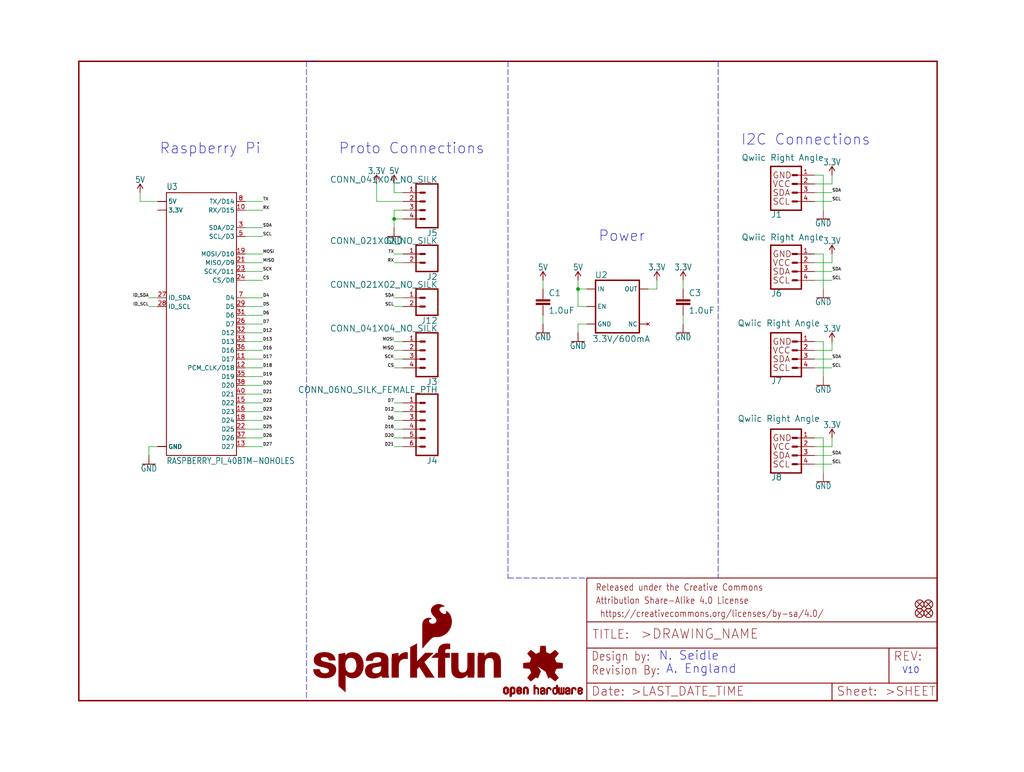
<source format=kicad_sch>
(kicad_sch (version 20211123) (generator eeschema)
  (paper "User" 297.002 223.926)
  (lib_symbols
    (symbol "schematicEagle-eagle-import:1.0UF-0603-16V-10%"
      (property "Reference" "C" (at 1.524 2.921 0))
      (property "Value" "1.0UF-0603-16V-10%" (at 1.524 -2.159 0))
      (symbol "1.0UF-0603-16V-10%_1_0"
        (pin passive line (at 0 5.08 270) (length 2.54) (name "1") (number "1"))
        (pin passive line (at 0 -2.54 90) (length 2.54) (name "2") (number "2"))
      )
    )
    (symbol "schematicEagle-eagle-import:3.3V" (power)
      (property "Value" "3.3V" (at 0 2.794 0))
      (symbol "3.3V_1_0"
        (pin power_in line (at 0 0 90) (length 2.54) (name "3.3V") (number "1"))
      )
    )
    (symbol "schematicEagle-eagle-import:5V" (power)
      (property "Value" "5V" (at 0 2.794 0))
      (symbol "5V_1_0"
        (pin power_in line (at 0 0 90) (length 2.54) (name "5V") (number "1"))
      )
    )
    (symbol "schematicEagle-eagle-import:CONN_021X02_NO_SILK"
      (property "Reference" "J" (at -2.54 5.588 0))
      (property "Value" "CONN_021X02_NO_SILK" (at -2.54 -4.826 0))
      (symbol "CONN_021X02_NO_SILK_1_0"
        (pin passive line (at 7.62 0 180) (length 5.08) (name "1") (number "1"))
        (pin passive line (at 7.62 2.54 180) (length 5.08) (name "2") (number "2"))
      )
    )
    (symbol "schematicEagle-eagle-import:CONN_041X04_NO_SILK"
      (property "Reference" "J" (at -5.08 8.128 0))
      (property "Value" "CONN_041X04_NO_SILK" (at -5.08 -7.366 0))
      (symbol "CONN_041X04_NO_SILK_1_0"
        (pin passive line (at 5.08 -2.54 180) (length 5.08) (name "1") (number "1"))
        (pin passive line (at 5.08 0 180) (length 5.08) (name "2") (number "2"))
        (pin passive line (at 5.08 2.54 180) (length 5.08) (name "3") (number "3"))
        (pin passive line (at 5.08 5.08 180) (length 5.08) (name "4") (number "4"))
      )
    )
    (symbol "schematicEagle-eagle-import:CONN_06NO_SILK_FEMALE_PTH"
      (property "Reference" "J" (at -5.08 10.668 0))
      (property "Value" "CONN_06NO_SILK_FEMALE_PTH" (at -5.08 -9.906 0))
      (symbol "CONN_06NO_SILK_FEMALE_PTH_1_0"
        (pin passive line (at 5.08 -5.08 180) (length 5.08) (name "1") (number "1"))
        (pin passive line (at 5.08 -2.54 180) (length 5.08) (name "2") (number "2"))
        (pin passive line (at 5.08 0 180) (length 5.08) (name "3") (number "3"))
        (pin passive line (at 5.08 2.54 180) (length 5.08) (name "4") (number "4"))
        (pin passive line (at 5.08 5.08 180) (length 5.08) (name "5") (number "5"))
        (pin passive line (at 5.08 7.62 180) (length 5.08) (name "6") (number "6"))
      )
    )
    (symbol "schematicEagle-eagle-import:FIDUCIAL1X2")
    (symbol "schematicEagle-eagle-import:FRAME-LETTER"
      (symbol "FRAME-LETTER_2_0"
        (text " https://creativecommons.org/licenses/by-sa/4.0/" (at 2.54 24.13 0) (effects (font (size 1.9304 1.6408)) (justify left bottom)))
        (text ">DRAWING_NAME" (at 15.494 17.78 0) (effects (font (size 2.7432 2.7432)) (justify left bottom)))
        (text ">LAST_DATE_TIME" (at 12.7 1.27 0) (effects (font (size 2.54 2.54)) (justify left bottom)))
        (text ">SHEET" (at 86.36 1.27 0) (effects (font (size 2.54 2.54)) (justify left bottom)))
        (text "Attribution Share-Alike 4.0 License" (at 2.54 27.94 0) (effects (font (size 1.9304 1.6408)) (justify left bottom)))
        (text "Date:" (at 1.27 1.27 0) (effects (font (size 2.54 2.54)) (justify left bottom)))
        (text "Design by:" (at 1.27 11.43 0) (effects (font (size 2.54 2.159)) (justify left bottom)))
        (text "Released under the Creative Commons" (at 2.54 31.75 0) (effects (font (size 1.9304 1.6408)) (justify left bottom)))
        (text "REV:" (at 88.9 11.43 0) (effects (font (size 2.54 2.54)) (justify left bottom)))
        (text "Sheet:" (at 72.39 1.27 0) (effects (font (size 2.54 2.54)) (justify left bottom)))
        (text "TITLE:" (at 1.524 17.78 0) (effects (font (size 2.54 2.54)) (justify left bottom)))
      )
    )
    (symbol "schematicEagle-eagle-import:GND" (power)
      (property "Value" "GND" (at 0 -0.254 0))
      (symbol "GND_1_0"
        (pin power_in line (at 0 2.54 270) (length 2.54) (name "GND") (number "1"))
      )
    )
    (symbol "schematicEagle-eagle-import:I2C_STANDARDQWIIC"
      (property "Reference" "J" (at -5.08 7.874 0))
      (property "Value" "I2C_STANDARDQWIIC" (at -5.08 -5.334 0))
      (symbol "I2C_STANDARDQWIIC_1_0"
        (text "GND" (at -4.572 -2.54 0) (effects (font (size 1.778 1.778)) (justify left)))
        (text "SCL" (at -4.572 5.08 0) (effects (font (size 1.778 1.778)) (justify left)))
        (text "SDA" (at -4.572 2.54 0) (effects (font (size 1.778 1.778)) (justify left)))
        (text "VCC" (at -4.572 0 0) (effects (font (size 1.778 1.778)) (justify left)))
        (pin power_in line (at 7.62 -2.54 180) (length 5.08) (name "1") (number "1"))
        (pin power_in line (at 7.62 0 180) (length 5.08) (name "2") (number "2"))
        (pin passive line (at 7.62 2.54 180) (length 5.08) (name "3") (number "3"))
        (pin passive line (at 7.62 5.08 180) (length 5.08) (name "4") (number "4"))
      )
    )
    (symbol "schematicEagle-eagle-import:OSHW-LOGOMINI")
    (symbol "schematicEagle-eagle-import:RASPBERRY_PI_40BTM-NOHOLES"
      (property "Reference" "U" (at -10.16 38.862 0))
      (property "Value" "RASPBERRY_PI_40BTM-NOHOLES" (at -10.16 -40.64 0))
      (symbol "RASPBERRY_PI_40BTM-NOHOLES_1_0"
        (pin bidirectional line (at -12.7 33.02 0) (length 2.54) (name "3.3V") (number "1"))
        (pin bidirectional line (at 12.7 33.02 180) (length 2.54) (name "RX/D15") (number "10"))
        (pin bidirectional line (at 12.7 -10.16 180) (length 2.54) (name "D17") (number "11"))
        (pin bidirectional line (at 12.7 -12.7 180) (length 2.54) (name "PCM_CLK/D18") (number "12"))
        (pin bidirectional line (at 12.7 -35.56 180) (length 2.54) (name "D27") (number "13"))
        (pin bidirectional line (at -12.7 -35.56 0) (length 2.54) (name "GND") (number "14"))
        (pin bidirectional line (at 12.7 -22.86 180) (length 2.54) (name "D22") (number "15"))
        (pin bidirectional line (at 12.7 -25.4 180) (length 2.54) (name "D23") (number "16"))
        (pin bidirectional line (at -12.7 33.02 0) (length 2.54) (name "3.3V") (number "17"))
        (pin bidirectional line (at 12.7 -27.94 180) (length 2.54) (name "D24") (number "18"))
        (pin bidirectional line (at 12.7 20.32 180) (length 2.54) (name "MOSI/D10") (number "19"))
        (pin bidirectional line (at -12.7 35.56 0) (length 2.54) (name "5V") (number "2"))
        (pin bidirectional line (at -12.7 -35.56 0) (length 2.54) (name "GND") (number "20"))
        (pin bidirectional line (at 12.7 17.78 180) (length 2.54) (name "MISO/D9") (number "21"))
        (pin bidirectional line (at 12.7 -30.48 180) (length 2.54) (name "D25") (number "22"))
        (pin bidirectional line (at 12.7 15.24 180) (length 2.54) (name "SCK/D11") (number "23"))
        (pin bidirectional line (at 12.7 12.7 180) (length 2.54) (name "CS/D8") (number "24"))
        (pin bidirectional line (at -12.7 -35.56 0) (length 2.54) (name "GND") (number "25"))
        (pin bidirectional line (at 12.7 0 180) (length 2.54) (name "D7") (number "26"))
        (pin bidirectional line (at -12.7 7.62 0) (length 2.54) (name "ID_SDA") (number "27"))
        (pin bidirectional line (at -12.7 5.08 0) (length 2.54) (name "ID_SCL") (number "28"))
        (pin bidirectional line (at 12.7 5.08 180) (length 2.54) (name "D5") (number "29"))
        (pin bidirectional line (at 12.7 27.94 180) (length 2.54) (name "SDA/D2") (number "3"))
        (pin bidirectional line (at -12.7 -35.56 0) (length 2.54) (name "GND") (number "30"))
        (pin bidirectional line (at 12.7 2.54 180) (length 2.54) (name "D6") (number "31"))
        (pin bidirectional line (at 12.7 -2.54 180) (length 2.54) (name "D12") (number "32"))
        (pin bidirectional line (at 12.7 -5.08 180) (length 2.54) (name "D13") (number "33"))
        (pin bidirectional line (at -12.7 -35.56 0) (length 2.54) (name "GND") (number "34"))
        (pin bidirectional line (at 12.7 -15.24 180) (length 2.54) (name "D19") (number "35"))
        (pin bidirectional line (at 12.7 -7.62 180) (length 2.54) (name "D16") (number "36"))
        (pin bidirectional line (at 12.7 -33.02 180) (length 2.54) (name "D26") (number "37"))
        (pin bidirectional line (at 12.7 -17.78 180) (length 2.54) (name "D20") (number "38"))
        (pin bidirectional line (at -12.7 -35.56 0) (length 2.54) (name "GND") (number "39"))
        (pin bidirectional line (at -12.7 35.56 0) (length 2.54) (name "5V") (number "4"))
        (pin bidirectional line (at 12.7 -20.32 180) (length 2.54) (name "D21") (number "40"))
        (pin bidirectional line (at 12.7 25.4 180) (length 2.54) (name "SCL/D3") (number "5"))
        (pin bidirectional line (at -12.7 -35.56 0) (length 2.54) (name "GND") (number "6"))
        (pin bidirectional line (at 12.7 7.62 180) (length 2.54) (name "D4") (number "7"))
        (pin bidirectional line (at 12.7 35.56 180) (length 2.54) (name "TX/D14") (number "8"))
        (pin bidirectional line (at -12.7 -35.56 0) (length 2.54) (name "GND") (number "9"))
      )
    )
    (symbol "schematicEagle-eagle-import:REVISION"
      (symbol "REVISION_1_0"
        (text "Revision By: " (at 0 0 0) (effects (font (size 2.54 2.159)) (justify left bottom)))
      )
    )
    (symbol "schematicEagle-eagle-import:SFE_LOGO_FLAME.1_INCH")
    (symbol "schematicEagle-eagle-import:SFE_LOGO_NAME.1_INCH")
    (symbol "schematicEagle-eagle-import:V_REG_AP2112K-3.3V"
      (property "Reference" "U" (at -7.62 7.874 0))
      (property "Value" "V_REG_AP2112K-3.3V" (at -7.62 -7.874 0))
      (symbol "V_REG_AP2112K-3.3V_1_0"
        (pin input line (at -10.16 5.08 0) (length 2.54) (name "IN") (number "1"))
        (pin input line (at -10.16 -5.08 0) (length 2.54) (name "GND") (number "2"))
        (pin input line (at -10.16 0 0) (length 2.54) (name "EN") (number "3"))
        (pin no_connect line (at 7.62 -5.08 180) (length 2.54) (name "NC") (number "4"))
        (pin passive line (at 7.62 5.08 180) (length 2.54) (name "OUT") (number "5"))
      )
    )
  )
  (junction (at 114.3 63.5))
  (junction (at 167.64 83.82))
  (wire (pts (xy 76.2 116.84) (xy 71.12 116.84)))
  (wire (pts (xy 40.64 58.42) (xy 40.64 55.88)))
  (wire (pts (xy 170.18 88.9) (xy 167.64 88.9)))
  (wire (pts (xy 76.2 111.76) (xy 71.12 111.76)))
  (wire (pts (xy 76.2 109.22) (xy 71.12 109.22)))
  (wire (pts (xy 116.84 73.66) (xy 114.3 73.66)))
  (wire (pts (xy 76.2 101.6) (xy 71.12 101.6)))
  (wire (pts (xy 236.22 81.28) (xy 241.3 81.28)))
  (wire (pts (xy 76.2 104.14) (xy 71.12 104.14)))
  (wire (pts (xy 236.22 73.66) (xy 238.76 73.66)))
  (wire (pts (xy 116.84 76.2) (xy 114.3 76.2)))
  (wire (pts (xy 198.12 83.82) (xy 198.12 81.28)))
  (wire (pts (xy 236.22 132.08) (xy 241.3 132.08)))
  (wire (pts (xy 241.3 76.2) (xy 241.3 73.66)))
  (wire (pts (xy 116.84 119.38) (xy 114.3 119.38)))
  (wire (pts (xy 45.72 86.36) (xy 43.18 86.36)))
  (wire (pts (xy 187.96 83.82) (xy 190.5 83.82)))
  (wire (pts (xy 167.64 93.98) (xy 167.64 96.52)))
  (wire (pts (xy 76.2 81.28) (xy 71.12 81.28)))
  (wire (pts (xy 76.2 73.66) (xy 71.12 73.66)))
  (wire (pts (xy 114.3 55.88) (xy 114.3 53.34)))
  (wire (pts (xy 45.72 58.42) (xy 40.64 58.42)))
  (wire (pts (xy 116.84 106.68) (xy 114.3 106.68)))
  (wire (pts (xy 71.12 66.04) (xy 76.2 66.04)))
  (polyline (pts (xy 88.9 17.78) (xy 88.9 203.2)))
  (wire (pts (xy 76.2 96.52) (xy 71.12 96.52)))
  (wire (pts (xy 236.22 129.54) (xy 241.3 129.54)))
  (wire (pts (xy 76.2 88.9) (xy 71.12 88.9)))
  (wire (pts (xy 238.76 99.06) (xy 238.76 109.22)))
  (wire (pts (xy 76.2 93.98) (xy 71.12 93.98)))
  (wire (pts (xy 76.2 91.44) (xy 71.12 91.44)))
  (wire (pts (xy 116.84 121.92) (xy 114.3 121.92)))
  (wire (pts (xy 116.84 86.36) (xy 114.3 86.36)))
  (wire (pts (xy 236.22 50.8) (xy 238.76 50.8)))
  (wire (pts (xy 45.72 88.9) (xy 43.18 88.9)))
  (wire (pts (xy 76.2 99.06) (xy 71.12 99.06)))
  (wire (pts (xy 170.18 83.82) (xy 167.64 83.82)))
  (wire (pts (xy 116.84 88.9) (xy 114.3 88.9)))
  (wire (pts (xy 116.84 116.84) (xy 114.3 116.84)))
  (wire (pts (xy 114.3 60.96) (xy 114.3 63.5)))
  (wire (pts (xy 236.22 76.2) (xy 241.3 76.2)))
  (wire (pts (xy 236.22 78.74) (xy 241.3 78.74)))
  (wire (pts (xy 43.18 129.54) (xy 43.18 132.08)))
  (wire (pts (xy 198.12 91.44) (xy 198.12 93.98)))
  (wire (pts (xy 45.72 129.54) (xy 43.18 129.54)))
  (wire (pts (xy 76.2 60.96) (xy 71.12 60.96)))
  (wire (pts (xy 76.2 86.36) (xy 71.12 86.36)))
  (wire (pts (xy 236.22 58.42) (xy 241.3 58.42)))
  (wire (pts (xy 76.2 114.3) (xy 71.12 114.3)))
  (wire (pts (xy 190.5 83.82) (xy 190.5 81.28)))
  (wire (pts (xy 109.22 58.42) (xy 109.22 53.34)))
  (wire (pts (xy 157.48 83.82) (xy 157.48 81.28)))
  (wire (pts (xy 236.22 127) (xy 238.76 127)))
  (wire (pts (xy 116.84 58.42) (xy 109.22 58.42)))
  (wire (pts (xy 167.64 83.82) (xy 167.64 81.28)))
  (wire (pts (xy 241.3 129.54) (xy 241.3 127)))
  (wire (pts (xy 170.18 93.98) (xy 167.64 93.98)))
  (wire (pts (xy 116.84 104.14) (xy 114.3 104.14)))
  (wire (pts (xy 238.76 50.8) (xy 238.76 60.96)))
  (wire (pts (xy 116.84 124.46) (xy 114.3 124.46)))
  (wire (pts (xy 116.84 99.06) (xy 114.3 99.06)))
  (polyline (pts (xy 208.28 17.78) (xy 208.28 167.64)))
  (wire (pts (xy 76.2 76.2) (xy 71.12 76.2)))
  (wire (pts (xy 114.3 63.5) (xy 114.3 66.04)))
  (wire (pts (xy 236.22 55.88) (xy 241.3 55.88)))
  (wire (pts (xy 116.84 129.54) (xy 114.3 129.54)))
  (wire (pts (xy 76.2 124.46) (xy 71.12 124.46)))
  (wire (pts (xy 116.84 55.88) (xy 114.3 55.88)))
  (wire (pts (xy 76.2 129.54) (xy 71.12 129.54)))
  (wire (pts (xy 76.2 58.42) (xy 71.12 58.42)))
  (wire (pts (xy 76.2 121.92) (xy 71.12 121.92)))
  (polyline (pts (xy 91.44 17.78) (xy 88.9 17.78)))
  (wire (pts (xy 236.22 99.06) (xy 238.76 99.06)))
  (wire (pts (xy 116.84 101.6) (xy 114.3 101.6)))
  (wire (pts (xy 76.2 119.38) (xy 71.12 119.38)))
  (wire (pts (xy 236.22 134.62) (xy 241.3 134.62)))
  (wire (pts (xy 116.84 63.5) (xy 114.3 63.5)))
  (wire (pts (xy 241.3 101.6) (xy 241.3 99.06)))
  (wire (pts (xy 241.3 53.34) (xy 241.3 50.8)))
  (wire (pts (xy 236.22 104.14) (xy 241.3 104.14)))
  (wire (pts (xy 116.84 60.96) (xy 114.3 60.96)))
  (wire (pts (xy 76.2 106.68) (xy 71.12 106.68)))
  (wire (pts (xy 238.76 127) (xy 238.76 137.16)))
  (wire (pts (xy 236.22 106.68) (xy 241.3 106.68)))
  (wire (pts (xy 116.84 127) (xy 114.3 127)))
  (wire (pts (xy 236.22 101.6) (xy 241.3 101.6)))
  (wire (pts (xy 76.2 78.74) (xy 71.12 78.74)))
  (wire (pts (xy 76.2 127) (xy 71.12 127)))
  (wire (pts (xy 236.22 53.34) (xy 241.3 53.34)))
  (polyline (pts (xy 147.32 17.78) (xy 147.32 167.64)))
  (wire (pts (xy 157.48 93.98) (xy 157.48 91.44)))
  (wire (pts (xy 71.12 68.58) (xy 76.2 68.58)))
  (wire (pts (xy 167.64 88.9) (xy 167.64 83.82)))
  (wire (pts (xy 238.76 73.66) (xy 238.76 83.82)))
  (polyline (pts (xy 147.32 167.64) (xy 170.18 167.64)))
  (text "A. England" (at 193.04 195.58 180) (effects (font (size 2.54 2.54)) (justify left bottom)))
  (text "Power" (at 180.34 68.58 180) (effects (font (size 3.048 3.048))))
  (text "I2C Connections" (at 233.68 40.64 180) (effects (font (size 3.048 3.048))))
  (text "V10" (at 261.62 195.58 180) (effects (font (size 1.778 1.778)) (justify left bottom)))
  (text "N. Seidle" (at 191.008 191.77 180) (effects (font (size 2.54 2.54)) (justify left bottom)))
  (text "Proto Connections" (at 119.38 43.18 180) (effects (font (size 3.048 3.048))))
  (text "Raspberry Pi" (at 60.96 43.18 180) (effects (font (size 3.048 3.048))))
  (label "RX" (at 114.3 76.2 180) (effects (font (size 0.889 0.889))))
  (label "SDA" (at 241.3 78.74 0) (effects (font (size 0.889 0.889))))
  (label "D23" (at 76.2 119.38 0) (effects (font (size 0.889 0.889))))
  (label "MOSI" (at 114.3 99.06 180) (effects (font (size 0.889 0.889))))
  (label "D18" (at 76.2 106.68 0) (effects (font (size 0.889 0.889))))
  (label "SCK" (at 76.2 78.74 0) (effects (font (size 0.889 0.889))))
  (label "D20" (at 76.2 111.76 0) (effects (font (size 0.889 0.889))))
  (label "D21" (at 114.3 129.54 180) (effects (font (size 0.889 0.889))))
  (label "SDA" (at 114.3 86.36 180) (effects (font (size 0.889 0.889))))
  (label "TX" (at 76.2 58.42 0) (effects (font (size 0.889 0.889))))
  (label "CS" (at 114.3 106.68 180) (effects (font (size 0.889 0.889))))
  (label "D16" (at 76.2 101.6 0) (effects (font (size 0.889 0.889))))
  (label "SCL" (at 241.3 134.62 0) (effects (font (size 0.889 0.889))))
  (label "MOSI" (at 76.2 73.66 0) (effects (font (size 0.889 0.889))))
  (label "D13" (at 76.2 99.06 0) (effects (font (size 0.889 0.889))))
  (label "D19" (at 76.2 109.22 0) (effects (font (size 0.889 0.889))))
  (label "ID_SCL" (at 43.18 88.9 180) (effects (font (size 0.889 0.889))))
  (label "D6" (at 114.3 121.92 180) (effects (font (size 0.889 0.889))))
  (label "SDA" (at 241.3 104.14 0) (effects (font (size 0.889 0.889))))
  (label "D22" (at 76.2 116.84 0) (effects (font (size 0.889 0.889))))
  (label "D21" (at 76.2 114.3 0) (effects (font (size 0.889 0.889))))
  (label "D12" (at 114.3 119.38 180) (effects (font (size 0.889 0.889))))
  (label "SCL" (at 76.2 68.58 0) (effects (font (size 0.889 0.889))))
  (label "ID_SDA" (at 43.18 86.36 180) (effects (font (size 0.889 0.889))))
  (label "SCL" (at 241.3 58.42 0) (effects (font (size 0.889 0.889))))
  (label "D5" (at 76.2 88.9 0) (effects (font (size 0.889 0.889))))
  (label "D7" (at 114.3 116.84 180) (effects (font (size 0.889 0.889))))
  (label "SCK" (at 114.3 104.14 180) (effects (font (size 0.889 0.889))))
  (label "MISO" (at 114.3 101.6 180) (effects (font (size 0.889 0.889))))
  (label "SCL" (at 241.3 81.28 0) (effects (font (size 0.889 0.889))))
  (label "D26" (at 76.2 127 0) (effects (font (size 0.889 0.889))))
  (label "D24" (at 76.2 121.92 0) (effects (font (size 0.889 0.889))))
  (label "MISO" (at 76.2 76.2 0) (effects (font (size 0.889 0.889))))
  (label "D6" (at 76.2 91.44 0) (effects (font (size 0.889 0.889))))
  (label "D12" (at 76.2 96.52 0) (effects (font (size 0.889 0.889))))
  (label "D16" (at 114.3 124.46 180) (effects (font (size 0.889 0.889))))
  (label "D20" (at 114.3 127 180) (effects (font (size 0.889 0.889))))
  (label "D25" (at 76.2 124.46 0) (effects (font (size 0.889 0.889))))
  (label "D27" (at 76.2 129.54 0) (effects (font (size 0.889 0.889))))
  (label "SCL" (at 114.3 88.9 180) (effects (font (size 0.889 0.889))))
  (label "SDA" (at 241.3 55.88 0) (effects (font (size 0.889 0.889))))
  (label "SCL" (at 241.3 106.68 0) (effects (font (size 0.889 0.889))))
  (label "RX" (at 76.2 60.96 0) (effects (font (size 0.889 0.889))))
  (label "D17" (at 76.2 104.14 0) (effects (font (size 0.889 0.889))))
  (label "SDA" (at 241.3 132.08 0) (effects (font (size 0.889 0.889))))
  (label "TX" (at 114.3 73.66 180) (effects (font (size 0.889 0.889))))
  (label "D7" (at 76.2 93.98 0) (effects (font (size 0.889 0.889))))
  (label "CS" (at 76.2 81.28 0) (effects (font (size 0.889 0.889))))
  (label "D4" (at 76.2 86.36 0) (effects (font (size 0.889 0.889))))
  (label "SDA" (at 76.2 66.04 0) (effects (font (size 0.889 0.889))))
  (symbol (lib_id "schematicEagle-eagle-import:3.3V") (at 198.12 81.28 0) (unit 1)
    (property "Reference" "#SUPPLY3" (effects hide))
    (property "Value" "3.3V" (at 198.12 78.486 0) (effects (font (size 1.778 1.5113)) (justify bottom)))
    (property "Footprint" "schematicEagle:" (effects hide))
  )
  (symbol (lib_id "schematicEagle-eagle-import:FIDUCIAL1X2") (at 269.24 177.8 0) (unit 1)
    (property "Reference" "FD4" (effects hide))
    (property "Value" "FIDUCIAL1X2" (effects hide))
    (property "Footprint" "schematicEagle:FIDUCIAL-1X2" (effects hide))
  )
  (symbol (lib_id "schematicEagle-eagle-import:I2C_STANDARDQWIIC") (at 228.6 53.34 0) (mirror x) (unit 1)
    (property "Reference" "J1" (at 223.52 61.214 0) (effects (font (size 1.778 1.778)) (justify left bottom)))
    (property "Value" "Qwiic Right Angle" (at 239.014 44.704 0) (effects (font (size 1.778 1.778)) (justify right bottom)))
    (property "Footprint" "schematicEagle:1X04_1MM_RA" (effects hide))
  )
  (symbol (lib_id "schematicEagle-eagle-import:5V") (at 167.64 81.28 0) (unit 1)
    (property "Reference" "#SUPPLY1" (effects hide))
    (property "Value" "5V" (at 167.64 78.486 0) (effects (font (size 1.778 1.5113)) (justify bottom)))
    (property "Footprint" "schematicEagle:" (effects hide))
  )
  (symbol (lib_id "schematicEagle-eagle-import:FIDUCIAL1X2") (at 266.7 177.8 0) (unit 1)
    (property "Reference" "FD2" (effects hide))
    (property "Value" "FIDUCIAL1X2" (effects hide))
    (property "Footprint" "schematicEagle:FIDUCIAL-1X2" (effects hide))
  )
  (symbol (lib_id "schematicEagle-eagle-import:RASPBERRY_PI_40BTM-NOHOLES") (at 58.42 93.98 0) (unit 1)
    (property "Reference" "U3" (at 48.26 55.118 0) (effects (font (size 1.778 1.5113)) (justify left bottom)))
    (property "Value" "RASPBERRY_PI_40BTM-NOHOLES" (at 48.26 134.62 0) (effects (font (size 1.778 1.5113)) (justify left bottom)))
    (property "Footprint" "schematicEagle:RASPBERRY_PI_SHIELD_BOTTOM_ENTRY_NOHOLES" (effects hide))
  )
  (symbol (lib_id "schematicEagle-eagle-import:1.0UF-0603-16V-10%") (at 198.12 88.9 0) (unit 1)
    (property "Reference" "C3" (at 199.644 85.979 0) (effects (font (size 1.778 1.778)) (justify left bottom)))
    (property "Value" "1.0uF" (at 199.644 91.059 0) (effects (font (size 1.778 1.778)) (justify left bottom)))
    (property "Footprint" "schematicEagle:0603" (effects hide))
  )
  (symbol (lib_id "schematicEagle-eagle-import:3.3V") (at 190.5 81.28 0) (unit 1)
    (property "Reference" "#SUPPLY2" (effects hide))
    (property "Value" "3.3V" (at 190.5 78.486 0) (effects (font (size 1.778 1.5113)) (justify bottom)))
    (property "Footprint" "schematicEagle:" (effects hide))
  )
  (symbol (lib_id "schematicEagle-eagle-import:I2C_STANDARDQWIIC") (at 228.6 76.2 0) (mirror x) (unit 1)
    (property "Reference" "J6" (at 223.52 84.074 0) (effects (font (size 1.778 1.778)) (justify left bottom)))
    (property "Value" "Qwiic Right Angle" (at 239.014 67.818 0) (effects (font (size 1.778 1.778)) (justify right bottom)))
    (property "Footprint" "schematicEagle:1X04_1MM_RA" (effects hide))
  )
  (symbol (lib_id "schematicEagle-eagle-import:SFE_LOGO_NAME.1_INCH") (at 88.9 200.66 0) (unit 1)
    (property "Reference" "U$2" (effects hide))
    (property "Value" "SFE_LOGO_NAME.1_INCH" (effects hide))
    (property "Footprint" "schematicEagle:SFE_LOGO_NAME_.1" (effects hide))
  )
  (symbol (lib_id "schematicEagle-eagle-import:CONN_021X02_NO_SILK") (at 124.46 73.66 180) (unit 1)
    (property "Reference" "J2" (at 127 79.248 0) (effects (font (size 1.778 1.778)) (justify left bottom)))
    (property "Value" "CONN_021X02_NO_SILK" (at 127 68.834 0) (effects (font (size 1.778 1.778)) (justify left bottom)))
    (property "Footprint" "schematicEagle:1X02_NO_SILK" (effects hide))
  )
  (symbol (lib_id "schematicEagle-eagle-import:FRAME-LETTER") (at 22.86 203.2 0) (unit 1)
    (property "Reference" "FRAME1" (effects hide))
    (property "Value" "FRAME-LETTER" (effects hide))
    (property "Footprint" "schematicEagle:CREATIVE_COMMONS" (effects hide))
  )
  (symbol (lib_id "schematicEagle-eagle-import:GND") (at 238.76 63.5 0) (unit 1)
    (property "Reference" "#GND2" (effects hide))
    (property "Value" "GND" (at 238.76 63.754 0) (effects (font (size 1.778 1.5113)) (justify top)))
    (property "Footprint" "schematicEagle:" (effects hide))
  )
  (symbol (lib_id "schematicEagle-eagle-import:FIDUCIAL1X2") (at 269.24 175.26 0) (unit 1)
    (property "Reference" "FD3" (effects hide))
    (property "Value" "FIDUCIAL1X2" (effects hide))
    (property "Footprint" "schematicEagle:FIDUCIAL-1X2" (effects hide))
  )
  (symbol (lib_id "schematicEagle-eagle-import:3.3V") (at 241.3 127 0) (unit 1)
    (property "Reference" "#SUPPLY8" (effects hide))
    (property "Value" "3.3V" (at 241.3 124.206 0) (effects (font (size 1.778 1.5113)) (justify bottom)))
    (property "Footprint" "schematicEagle:" (effects hide))
  )
  (symbol (lib_id "schematicEagle-eagle-import:3.3V") (at 241.3 73.66 0) (unit 1)
    (property "Reference" "#SUPPLY6" (effects hide))
    (property "Value" "3.3V" (at 241.3 70.866 0) (effects (font (size 1.778 1.5113)) (justify bottom)))
    (property "Footprint" "schematicEagle:" (effects hide))
  )
  (symbol (lib_id "schematicEagle-eagle-import:5V") (at 114.3 53.34 0) (unit 1)
    (property "Reference" "#SUPPLY42" (effects hide))
    (property "Value" "5V" (at 114.3 50.546 0) (effects (font (size 1.778 1.5113)) (justify bottom)))
    (property "Footprint" "schematicEagle:" (effects hide))
  )
  (symbol (lib_id "schematicEagle-eagle-import:CONN_021X02_NO_SILK") (at 124.46 86.36 180) (unit 1)
    (property "Reference" "J12" (at 127 91.948 0) (effects (font (size 1.778 1.778)) (justify left bottom)))
    (property "Value" "CONN_021X02_NO_SILK" (at 127 81.534 0) (effects (font (size 1.778 1.778)) (justify left bottom)))
    (property "Footprint" "schematicEagle:1X02_NO_SILK" (effects hide))
  )
  (symbol (lib_id "schematicEagle-eagle-import:3.3V") (at 241.3 50.8 0) (unit 1)
    (property "Reference" "#SUPPLY5" (effects hide))
    (property "Value" "3.3V" (at 241.3 48.006 0) (effects (font (size 1.778 1.5113)) (justify bottom)))
    (property "Footprint" "schematicEagle:" (effects hide))
  )
  (symbol (lib_id "schematicEagle-eagle-import:FIDUCIAL1X2") (at 266.7 175.26 0) (unit 1)
    (property "Reference" "FD1" (effects hide))
    (property "Value" "FIDUCIAL1X2" (effects hide))
    (property "Footprint" "schematicEagle:FIDUCIAL-1X2" (effects hide))
  )
  (symbol (lib_id "schematicEagle-eagle-import:CONN_041X04_NO_SILK") (at 121.92 58.42 180) (unit 1)
    (property "Reference" "J5" (at 127 66.548 0) (effects (font (size 1.778 1.778)) (justify left bottom)))
    (property "Value" "CONN_041X04_NO_SILK" (at 127 51.054 0) (effects (font (size 1.778 1.778)) (justify left bottom)))
    (property "Footprint" "schematicEagle:1X04_NO_SILK" (effects hide))
  )
  (symbol (lib_id "schematicEagle-eagle-import:CONN_041X04_NO_SILK") (at 121.92 101.6 180) (unit 1)
    (property "Reference" "J3" (at 127 109.728 0) (effects (font (size 1.778 1.778)) (justify left bottom)))
    (property "Value" "CONN_041X04_NO_SILK" (at 127 94.234 0) (effects (font (size 1.778 1.778)) (justify left bottom)))
    (property "Footprint" "schematicEagle:1X04_NO_SILK" (effects hide))
  )
  (symbol (lib_id "schematicEagle-eagle-import:REVISION") (at 171.45 195.834 0) (unit 1)
    (property "Reference" "LOGO2" (effects hide))
    (property "Value" "REVISION" (effects hide))
    (property "Footprint" "schematicEagle:REVISION" (effects hide))
  )
  (symbol (lib_id "schematicEagle-eagle-import:I2C_STANDARDQWIIC") (at 228.6 101.6 0) (mirror x) (unit 1)
    (property "Reference" "J7" (at 223.52 109.474 0) (effects (font (size 1.778 1.778)) (justify left bottom)))
    (property "Value" "Qwiic Right Angle" (at 213.868 94.742 0) (effects (font (size 1.778 1.778)) (justify left top)))
    (property "Footprint" "schematicEagle:1X04_1MM_RA" (effects hide))
  )
  (symbol (lib_id "schematicEagle-eagle-import:SFE_LOGO_FLAME.1_INCH") (at 122.174 188.468 0) (unit 1)
    (property "Reference" "U$1" (effects hide))
    (property "Value" "SFE_LOGO_FLAME.1_INCH" (effects hide))
    (property "Footprint" "schematicEagle:SFE_LOGO_FLAME_.1" (effects hide))
  )
  (symbol (lib_id "schematicEagle-eagle-import:GND") (at 114.3 68.58 0) (unit 1)
    (property "Reference" "#GND1" (effects hide))
    (property "Value" "GND" (at 114.3 68.834 0) (effects (font (size 1.778 1.5113)) (justify top)))
    (property "Footprint" "schematicEagle:" (effects hide))
  )
  (symbol (lib_id "schematicEagle-eagle-import:GND") (at 157.48 96.52 0) (unit 1)
    (property "Reference" "#GND3" (effects hide))
    (property "Value" "GND" (at 157.48 96.774 0) (effects (font (size 1.778 1.5113)) (justify top)))
    (property "Footprint" "schematicEagle:" (effects hide))
  )
  (symbol (lib_id "schematicEagle-eagle-import:GND") (at 198.12 96.52 0) (unit 1)
    (property "Reference" "#GND5" (effects hide))
    (property "Value" "GND" (at 198.12 96.774 0) (effects (font (size 1.778 1.5113)) (justify top)))
    (property "Footprint" "schematicEagle:" (effects hide))
  )
  (symbol (lib_id "schematicEagle-eagle-import:GND") (at 238.76 111.76 0) (unit 1)
    (property "Reference" "#GND7" (effects hide))
    (property "Value" "GND" (at 238.76 112.014 0) (effects (font (size 1.778 1.5113)) (justify top)))
    (property "Footprint" "schematicEagle:" (effects hide))
  )
  (symbol (lib_id "schematicEagle-eagle-import:V_REG_AP2112K-3.3V") (at 180.34 88.9 0) (unit 1)
    (property "Reference" "U2" (at 172.466 80.772 0) (effects (font (size 1.778 1.778)) (justify left bottom)))
    (property "Value" "3.3V/600mA" (at 171.704 99.314 0) (effects (font (size 1.778 1.778)) (justify left bottom)))
    (property "Footprint" "schematicEagle:SOT23-5" (effects hide))
  )
  (symbol (lib_id "schematicEagle-eagle-import:5V") (at 157.48 81.28 0) (unit 1)
    (property "Reference" "#SUPPLY4" (effects hide))
    (property "Value" "5V" (at 157.48 78.486 0) (effects (font (size 1.778 1.5113)) (justify bottom)))
    (property "Footprint" "schematicEagle:" (effects hide))
  )
  (symbol (lib_id "schematicEagle-eagle-import:3.3V") (at 241.3 99.06 0) (unit 1)
    (property "Reference" "#SUPPLY7" (effects hide))
    (property "Value" "3.3V" (at 241.3 96.266 0) (effects (font (size 1.778 1.5113)) (justify bottom)))
    (property "Footprint" "schematicEagle:" (effects hide))
  )
  (symbol (lib_id "schematicEagle-eagle-import:CONN_06NO_SILK_FEMALE_PTH") (at 121.92 121.92 180) (unit 1)
    (property "Reference" "J4" (at 127 132.588 0) (effects (font (size 1.778 1.778)) (justify left bottom)))
    (property "Value" "CONN_06NO_SILK_FEMALE_PTH" (at 127 112.014 0) (effects (font (size 1.778 1.778)) (justify left bottom)))
    (property "Footprint" "schematicEagle:1X06_NO_SILK" (effects hide))
  )
  (symbol (lib_id "schematicEagle-eagle-import:GND") (at 167.64 99.06 0) (unit 1)
    (property "Reference" "#GND4" (effects hide))
    (property "Value" "GND" (at 167.64 99.314 0) (effects (font (size 1.778 1.5113)) (justify top)))
    (property "Footprint" "schematicEagle:" (effects hide))
  )
  (symbol (lib_id "schematicEagle-eagle-import:FRAME-LETTER") (at 170.18 203.2 0) (unit 2)
    (property "Reference" "FRAME1" (effects hide))
    (property "Value" "FRAME-LETTER" (effects hide))
    (property "Footprint" "schematicEagle:CREATIVE_COMMONS" (effects hide))
  )
  (symbol (lib_id "schematicEagle-eagle-import:5V") (at 40.64 55.88 0) (unit 1)
    (property "Reference" "#SUPPLY11" (effects hide))
    (property "Value" "5V" (at 40.64 53.086 0) (effects (font (size 1.778 1.5113)) (justify bottom)))
    (property "Footprint" "schematicEagle:" (effects hide))
  )
  (symbol (lib_id "schematicEagle-eagle-import:GND") (at 238.76 86.36 0) (unit 1)
    (property "Reference" "#GND6" (effects hide))
    (property "Value" "GND" (at 238.76 86.614 0) (effects (font (size 1.778 1.5113)) (justify top)))
    (property "Footprint" "schematicEagle:" (effects hide))
  )
  (symbol (lib_id "schematicEagle-eagle-import:GND") (at 43.18 134.62 0) (unit 1)
    (property "Reference" "#GND21" (effects hide))
    (property "Value" "GND" (at 43.18 134.874 0) (effects (font (size 1.778 1.5113)) (justify top)))
    (property "Footprint" "schematicEagle:" (effects hide))
  )
  (symbol (lib_id "schematicEagle-eagle-import:GND") (at 238.76 139.7 0) (unit 1)
    (property "Reference" "#GND8" (effects hide))
    (property "Value" "GND" (at 238.76 139.954 0) (effects (font (size 1.778 1.5113)) (justify top)))
    (property "Footprint" "schematicEagle:" (effects hide))
  )
  (symbol (lib_id "schematicEagle-eagle-import:I2C_STANDARDQWIIC") (at 228.6 129.54 0) (mirror x) (unit 1)
    (property "Reference" "J8" (at 223.52 137.414 0) (effects (font (size 1.778 1.778)) (justify left bottom)))
    (property "Value" "Qwiic Right Angle" (at 213.868 122.428 0) (effects (font (size 1.778 1.778)) (justify left top)))
    (property "Footprint" "schematicEagle:1X04_1MM_RA" (effects hide))
  )
  (symbol (lib_id "schematicEagle-eagle-import:3.3V") (at 109.22 53.34 0) (unit 1)
    (property "Reference" "#SUPPLY43" (effects hide))
    (property "Value" "3.3V" (at 109.22 50.546 0) (effects (font (size 1.778 1.5113)) (justify bottom)))
    (property "Footprint" "schematicEagle:" (effects hide))
  )
  (symbol (lib_id "schematicEagle-eagle-import:1.0UF-0603-16V-10%") (at 157.48 88.9 0) (unit 1)
    (property "Reference" "C1" (at 159.004 85.979 0) (effects (font (size 1.778 1.778)) (justify left bottom)))
    (property "Value" "1.0uF" (at 159.004 91.059 0) (effects (font (size 1.778 1.778)) (justify left bottom)))
    (property "Footprint" "schematicEagle:0603" (effects hide))
  )
  (symbol (lib_id "schematicEagle-eagle-import:OSHW-LOGOMINI") (at 157.48 193.04 0) (unit 1)
    (property "Reference" "LOGO1" (effects hide))
    (property "Value" "OSHW-LOGOMINI" (effects hide))
    (property "Footprint" "schematicEagle:OSHW-LOGO-MINI" (effects hide))
  )
)
</source>
